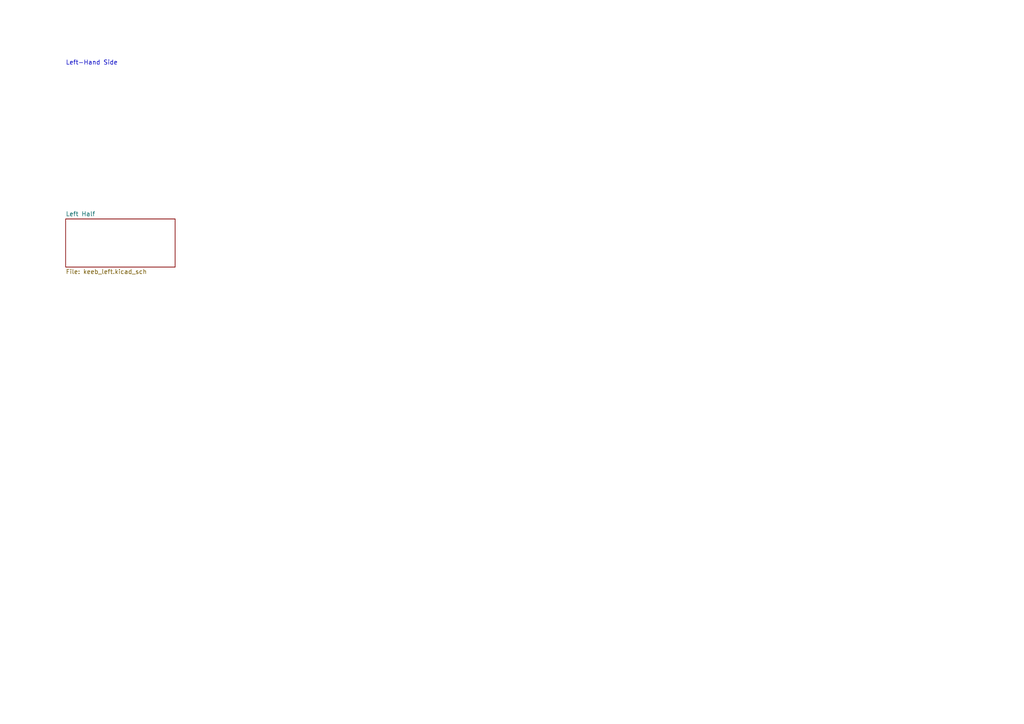
<source format=kicad_sch>
(kicad_sch (version 20230121) (generator eeschema)

  (uuid d2f5552d-48c0-49b0-8e54-6764f47ed1da)

  (paper "A4")

  (lib_symbols
  )


  (text "Left-Hand Side" (at 19.05 19.05 0)
    (effects (font (size 1.27 1.27)) (justify left bottom))
    (uuid 986592a0-48ff-4a22-94e0-46278009b88d)
  )

  (sheet (at 19.05 63.5) (size 31.75 13.97) (fields_autoplaced)
    (stroke (width 0.1524) (type solid))
    (fill (color 0 0 0 0.0000))
    (uuid 5a7a16c1-b018-4a19-b382-77ab07b68c52)
    (property "Sheetname" "Left Half" (at 19.05 62.7884 0)
      (effects (font (size 1.27 1.27)) (justify left bottom))
    )
    (property "Sheetfile" "keeb_left.kicad_sch" (at 19.05 78.0546 0)
      (effects (font (size 1.27 1.27)) (justify left top))
    )
    (instances
      (project "PCB"
        (path "/d2f5552d-48c0-49b0-8e54-6764f47ed1da" (page "113"))
      )
    )
  )

  (sheet_instances
    (path "/" (page "1"))
  )
)

</source>
